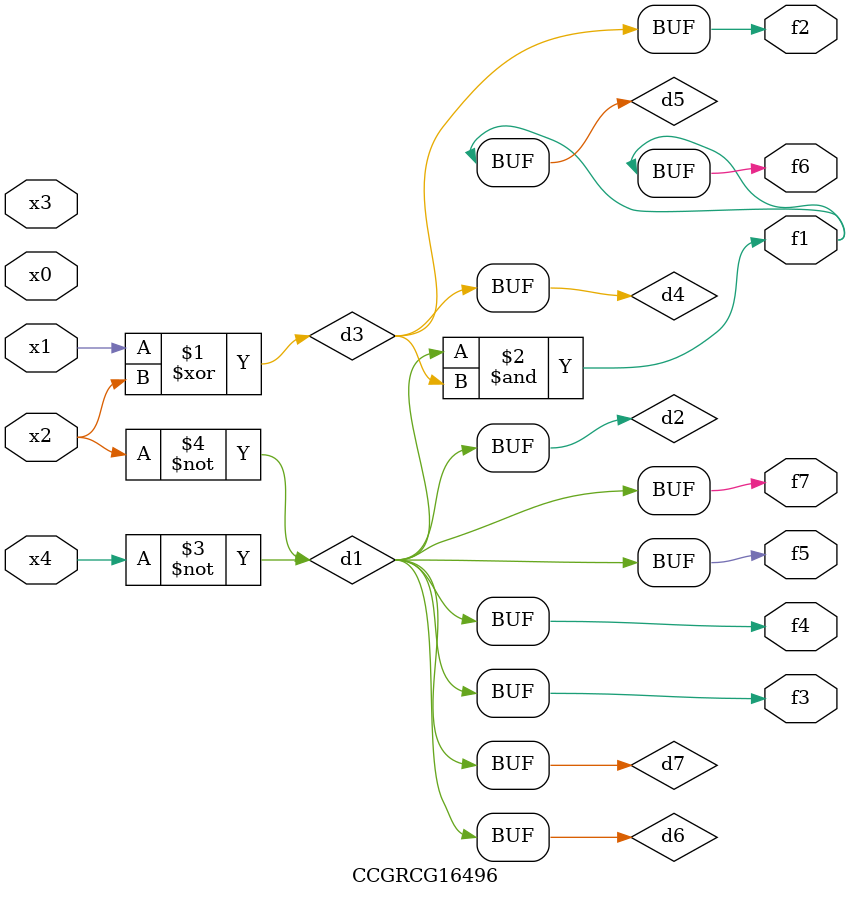
<source format=v>
module CCGRCG16496(
	input x0, x1, x2, x3, x4,
	output f1, f2, f3, f4, f5, f6, f7
);

	wire d1, d2, d3, d4, d5, d6, d7;

	not (d1, x4);
	not (d2, x2);
	xor (d3, x1, x2);
	buf (d4, d3);
	and (d5, d1, d3);
	buf (d6, d1, d2);
	buf (d7, d2);
	assign f1 = d5;
	assign f2 = d4;
	assign f3 = d7;
	assign f4 = d7;
	assign f5 = d7;
	assign f6 = d5;
	assign f7 = d7;
endmodule

</source>
